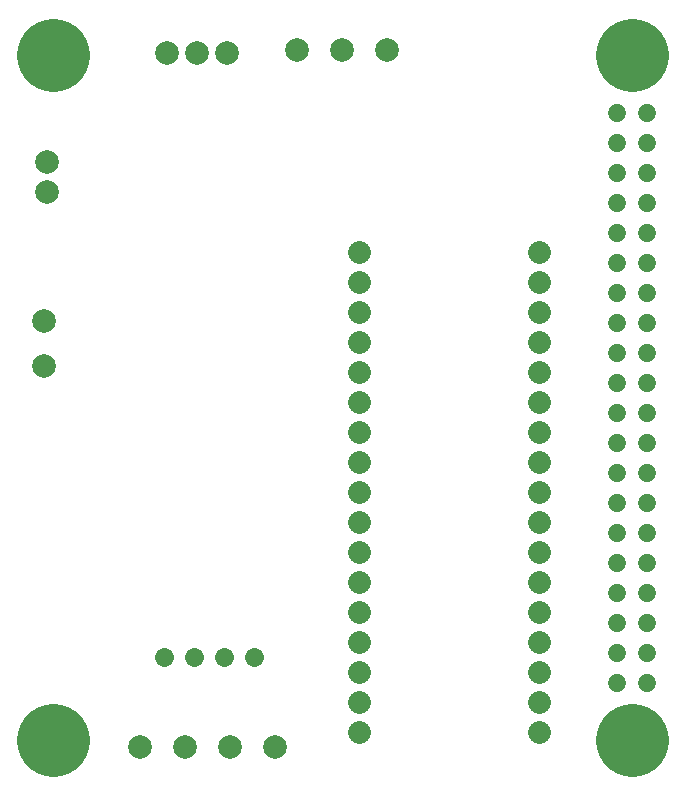
<source format=gts>
G04 ( created by brdgerber.py ( brdgerber.py v0.1 2014-03-12 ) ) date 2020-07-20 00:47:22 EDT*
G04 Gerber Fmt 3.4, Leading zero omitted, Abs format*
%MOIN*%
%FSLAX34Y34*%
G01*
G70*
G90*
G04 APERTURE LIST*
%ADD11C,0.2440*%
%ADD14C,0.0760*%
%ADD12C,0.0642*%
%ADD13C,0.0787*%
%ADD10C,0.0589*%
G04 APERTURE END LIST*
G54D11*
D10*
G01X07345Y09950D02*
G01X07345Y09950D01*
D10*
G01X08345Y09950D02*
G01X08345Y09950D01*
D10*
G01X07345Y08950D02*
G01X07345Y08950D01*
D10*
G01X08345Y08950D02*
G01X08345Y08950D01*
D10*
G01X07345Y07950D02*
G01X07345Y07950D01*
D10*
G01X08345Y07950D02*
G01X08345Y07950D01*
D10*
G01X07345Y06950D02*
G01X07345Y06950D01*
D10*
G01X08345Y06950D02*
G01X08345Y06950D01*
D10*
G01X07345Y05950D02*
G01X07345Y05950D01*
D10*
G01X08345Y05950D02*
G01X08345Y05950D01*
D10*
G01X07345Y04950D02*
G01X07345Y04950D01*
D10*
G01X08345Y04950D02*
G01X08345Y04950D01*
D10*
G01X07345Y03950D02*
G01X07345Y03950D01*
D10*
G01X08345Y03950D02*
G01X08345Y03950D01*
D10*
G01X07345Y02950D02*
G01X07345Y02950D01*
D10*
G01X08345Y02950D02*
G01X08345Y02950D01*
D10*
G01X07345Y01950D02*
G01X07345Y01950D01*
D10*
G01X08345Y01950D02*
G01X08345Y01950D01*
D10*
G01X07345Y00950D02*
G01X07345Y00950D01*
D10*
G01X08345Y00950D02*
G01X08345Y00950D01*
D10*
G01X07345Y-00050D02*
G01X07345Y-00050D01*
D10*
G01X08345Y-00050D02*
G01X08345Y-00050D01*
D10*
G01X07345Y-01050D02*
G01X07345Y-01050D01*
D10*
G01X08345Y-01050D02*
G01X08345Y-01050D01*
D10*
G01X07345Y-02050D02*
G01X07345Y-02050D01*
D10*
G01X08345Y-02050D02*
G01X08345Y-02050D01*
D10*
G01X07345Y-03050D02*
G01X07345Y-03050D01*
D10*
G01X08345Y-03050D02*
G01X08345Y-03050D01*
D10*
G01X07345Y-04050D02*
G01X07345Y-04050D01*
D10*
G01X08345Y-04050D02*
G01X08345Y-04050D01*
D10*
G01X07345Y-05050D02*
G01X07345Y-05050D01*
D10*
G01X08345Y-05050D02*
G01X08345Y-05050D01*
D10*
G01X07345Y-06050D02*
G01X07345Y-06050D01*
D10*
G01X08345Y-06050D02*
G01X08345Y-06050D01*
D10*
G01X07345Y-07050D02*
G01X07345Y-07050D01*
D10*
G01X08345Y-07050D02*
G01X08345Y-07050D01*
D10*
G01X07345Y-08050D02*
G01X07345Y-08050D01*
D10*
G01X08345Y-08050D02*
G01X08345Y-08050D01*
D10*
G01X07345Y-09050D02*
G01X07345Y-09050D01*
D10*
G01X08345Y-09050D02*
G01X08345Y-09050D01*
D11*
G01X-11446Y11868D02*
G01X-11446Y11868D01*
D11*
G01X07845Y11868D02*
G01X07845Y11868D01*
D11*
G01X07845Y-10967D02*
G01X07845Y-10967D01*
D11*
G01X-11446Y-10967D02*
G01X-11446Y-10967D01*
D12*
G01X-04750Y-08200D02*
G01X-04750Y-08200D01*
D12*
G01X-05750Y-08200D02*
G01X-05750Y-08200D01*
D12*
G01X-06750Y-08200D02*
G01X-06750Y-08200D01*
D12*
G01X-07750Y-08200D02*
G01X-07750Y-08200D01*
D13*
X-11650Y08300D03*
D13*
X-11650Y07300D03*
D13*
X-11750Y03000D03*
D13*
X-11750Y01500D03*
D13*
X-00300Y12050D03*
D13*
X-01800Y12050D03*
D13*
X-03300Y12050D03*
D14*
G01X-01250Y-10700D02*
G01X-01250Y-10700D01*
D14*
G01X-01250Y-09700D02*
G01X-01250Y-09700D01*
D14*
G01X-01250Y-08700D02*
G01X-01250Y-08700D01*
D14*
G01X-01250Y-07700D02*
G01X-01250Y-07700D01*
D14*
G01X-01250Y-06700D02*
G01X-01250Y-06700D01*
D14*
G01X-01250Y-05700D02*
G01X-01250Y-05700D01*
D14*
G01X-01250Y-04700D02*
G01X-01250Y-04700D01*
D14*
G01X-01250Y-03700D02*
G01X-01250Y-03700D01*
D14*
G01X-01250Y-02700D02*
G01X-01250Y-02700D01*
D14*
G01X-01250Y-01700D02*
G01X-01250Y-01700D01*
D14*
G01X-01250Y-00700D02*
G01X-01250Y-00700D01*
D14*
G01X04750Y02300D02*
G01X04750Y02300D01*
D14*
G01X04750Y01300D02*
G01X04750Y01300D01*
D14*
G01X-01250Y02300D02*
G01X-01250Y02300D01*
D14*
G01X-01250Y03300D02*
G01X-01250Y03300D01*
D14*
G01X-01250Y04300D02*
G01X-01250Y04300D01*
D14*
G01X-01250Y05300D02*
G01X-01250Y05300D01*
D14*
G01X04750Y05300D02*
G01X04750Y05300D01*
D14*
G01X04750Y04300D02*
G01X04750Y04300D01*
D14*
G01X04750Y03300D02*
G01X04750Y03300D01*
D14*
G01X-01250Y00300D02*
G01X-01250Y00300D01*
D14*
G01X-01250Y01300D02*
G01X-01250Y01300D01*
D14*
G01X04750Y00300D02*
G01X04750Y00300D01*
D14*
G01X04750Y-00700D02*
G01X04750Y-00700D01*
D14*
G01X04750Y-01700D02*
G01X04750Y-01700D01*
D14*
G01X04750Y-02700D02*
G01X04750Y-02700D01*
D14*
G01X04750Y-03700D02*
G01X04750Y-03700D01*
D14*
G01X04750Y-04700D02*
G01X04750Y-04700D01*
D14*
G01X04750Y-05700D02*
G01X04750Y-05700D01*
D14*
G01X04750Y-06700D02*
G01X04750Y-06700D01*
D14*
G01X04750Y-07700D02*
G01X04750Y-07700D01*
D14*
G01X04750Y-08700D02*
G01X04750Y-08700D01*
D14*
G01X04750Y-09700D02*
G01X04750Y-09700D01*
D14*
G01X04750Y-10700D02*
G01X04750Y-10700D01*
D13*
X-08550Y-11200D03*
D13*
X-07050Y-11200D03*
D13*
X-05550Y-11200D03*
D13*
X-04050Y-11200D03*
D13*
X-05650Y11950D03*
D13*
X-06650Y11950D03*
D13*
X-07650Y11950D03*
M02*

</source>
